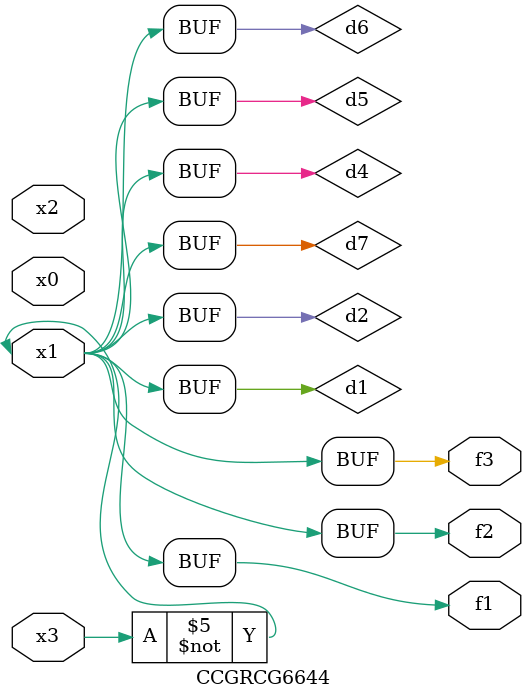
<source format=v>
module CCGRCG6644(
	input x0, x1, x2, x3,
	output f1, f2, f3
);

	wire d1, d2, d3, d4, d5, d6, d7;

	not (d1, x3);
	buf (d2, x1);
	xnor (d3, d1, d2);
	nor (d4, d1);
	buf (d5, d1, d2);
	buf (d6, d4, d5);
	nand (d7, d4);
	assign f1 = d6;
	assign f2 = d7;
	assign f3 = d6;
endmodule

</source>
